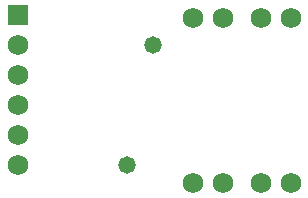
<source format=gbs>
G04 Layer_Color=16711935*
%FSLAX25Y25*%
%MOIN*%
G70*
G01*
G75*
%ADD25C,0.06800*%
%ADD26R,0.06800X0.06800*%
%ADD27C,0.05800*%
D25*
X267500Y222500D02*
D03*
X257500D02*
D03*
X235000D02*
D03*
X245000D02*
D03*
X267500Y277500D02*
D03*
X257500D02*
D03*
X235000D02*
D03*
X245000D02*
D03*
X176500Y268500D02*
D03*
Y258500D02*
D03*
Y248500D02*
D03*
Y238500D02*
D03*
Y228500D02*
D03*
D26*
Y278500D02*
D03*
D27*
X221500Y268500D02*
D03*
X213000Y228500D02*
D03*
M02*

</source>
